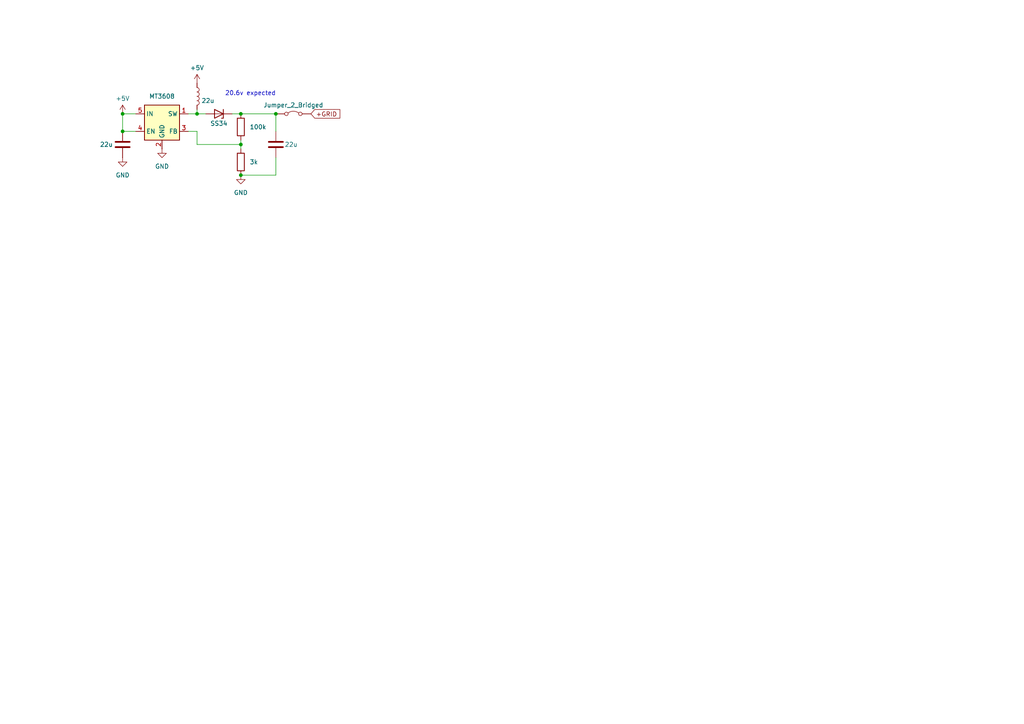
<source format=kicad_sch>
(kicad_sch (version 20231120) (generator "eeschema") (generator_version "8.0")
  (paper "A4")
  (lib_symbols
    (symbol "Device:C" (pin_numbers hide) (pin_names (offset 0.254))
      (property "Reference" "C" (at 0.635 2.54 0))
      (property "Value" "C" (at 0.635 -2.54 0))
      (symbol "C_0_1"
        (polyline (pts (xy -2.032 -0.762) (xy 2.032 -0.762)) (stroke (width 0.508)))
        (polyline (pts (xy -2.032 0.762) (xy 2.032 0.762)) (stroke (width 0.508)))
      )
      (symbol "C_1_1"
        (pin passive line (at 0 3.81 270) (length 2.794) (name "~") (number "1"))
        (pin passive line (at 0 -3.81 90) (length 2.794) (name "~") (number "2"))
      )
    )
    (symbol "Device:D_Zener" (pin_numbers hide) (pin_names (offset 1.016) hide)
      (property "Reference" "D" (at 0 2.54 0))
      (property "Value" "D_Zener" (at 0 -2.54 0))
      (symbol "D_Zener_0_1"
        (polyline (pts (xy 1.27 0) (xy -1.27 0)))
        (polyline (pts (xy -1.27 -1.27) (xy -1.27 1.27) (xy -0.762 1.27)) (stroke (width 0.254)))
        (polyline (pts (xy 1.27 -1.27) (xy 1.27 1.27) (xy -1.27 0) (xy 1.27 -1.27)) (stroke (width 0.254)))
      )
      (symbol "D_Zener_1_1"
        (pin passive line (at -3.81 0 0) (length 2.54) (name "K") (number "1"))
        (pin passive line (at 3.81 0 180) (length 2.54) (name "A") (number "2"))
      )
    )
    (symbol "Device:L" (pin_numbers hide) (pin_names (offset 1.016) hide)
      (property "Reference" "L" (at -1.27 0 90))
      (property "Value" "L" (at 1.905 0 90))
      (symbol "L_0_1"
        (arc (start 0 -2.54) (mid 0.6323 -1.905) (end 0 -1.27))
        (arc (start 0 -1.27) (mid 0.6323 -0.635) (end 0 0))
        (arc (start 0 0) (mid 0.6323 0.635) (end 0 1.27))
        (arc (start 0 1.27) (mid 0.6323 1.905) (end 0 2.54))
      )
      (symbol "L_1_1"
        (pin passive line (at 0 3.81 270) (length 1.27) (name "1") (number "1"))
        (pin passive line (at 0 -3.81 90) (length 1.27) (name "2") (number "2"))
      )
    )
    (symbol "Device:R" (pin_numbers hide) (pin_names (offset 0))
      (property "Reference" "R" (at 2.032 0 90))
      (property "Value" "R" (at 0 0 90))
      (symbol "R_0_1"
        (rectangle (start -1.016 -2.54) (end 1.016 2.54) (stroke (width 0.254)))
      )
      (symbol "R_1_1"
        (pin passive line (at 0 3.81 270) (length 1.27) (name "~") (number "1"))
        (pin passive line (at 0 -3.81 90) (length 1.27) (name "~") (number "2"))
      )
    )
    (symbol "Jumper:Jumper_2_Bridged" (pin_numbers hide) (pin_names (offset 0) hide) (exclude_from_sim yes)
      (property "Reference" "JP" (at 0 1.905 0))
      (property "Value" "Jumper_2_Bridged" (at 0 -2.54 0))
      (symbol "Jumper_2_Bridged_0_0"
        (circle (center -2.032 0) (radius 0.508))
        (circle (center 2.032 0) (radius 0.508))
      )
      (symbol "Jumper_2_Bridged_0_1"
        (arc (start 1.524 0.254) (mid 0 0.762) (end -1.524 0.254))
      )
      (symbol "Jumper_2_Bridged_1_1"
        (pin passive line (at -5.08 0 0) (length 2.54) (name "A") (number "1"))
        (pin passive line (at 5.08 0 180) (length 2.54) (name "B") (number "2"))
      )
    )
    (symbol "Regulator_Switching:MT3608"
      (property "Reference" "U" (at -2.54 8.89 0))
      (property "Value" "MT3608" (at -3.81 6.35 0))
      (symbol "MT3608_0_1"
        (rectangle (start -5.08 5.08) (end 5.08 -5.08) (stroke (width 0.254)) (fill (type background)))
      )
      (symbol "MT3608_1_1"
        (pin passive line (at 7.62 2.54 180) (length 2.54) (name "SW") (number "1"))
        (pin power_in line (at 0 -7.62 90) (length 2.54) (name "GND") (number "2"))
        (pin input line (at 7.62 -2.54 180) (length 2.54) (name "FB") (number "3"))
        (pin input line (at -7.62 -2.54 0) (length 2.54) (name "EN") (number "4"))
        (pin power_in line (at -7.62 2.54 0) (length 2.54) (name "IN") (number "5"))
        (pin no_connect line (at 5.08 0 180) (length 2.54) hide (name "NC") (number "6"))
      )
    )
    (symbol "power:+5V" (power) (pin_names (offset 0))
      (property "Value" "+5V" (at 0 3.556 0))
      (symbol "+5V_0_1"
        (polyline (pts (xy -0.762 1.27) (xy 0 2.54)))
        (polyline (pts (xy 0 0) (xy 0 2.54)))
        (polyline (pts (xy 0 2.54) (xy 0.762 1.27)))
      )
      (symbol "+5V_1_1"
        (pin power_in line (at 0 0 90) (length 0) hide (name "+5V") (number "1"))
      )
    )
    (symbol "power:GND" (power) (pin_numbers hide) (pin_names (offset 0) hide)
      (property "Value" "GND" (at 0 -3.81 0))
      (symbol "GND_0_1"
        (polyline (pts (xy 0 0) (xy 0 -1.27) (xy 1.27 -1.27) (xy 0 -2.54) (xy -1.27 -1.27) (xy 0 -1.27)))
      )
      (symbol "GND_1_1"
        (pin power_in line (at 0 0 270) (length 0) (name "~") (number "1"))
      )
    )
  )
  (junction (at 80.01 33.02))
  (junction (at 69.85 50.8))
  (junction (at 35.56 33.02))
  (junction (at 57.15 33.02))
  (junction (at 69.85 33.02))
  (junction (at 69.85 41.91))
  (junction (at 35.56 38.1))
  (wire (pts (xy 80.01 33.02) (xy 69.85 33.02)))
  (wire (pts (xy 57.15 41.91) (xy 69.85 41.91)))
  (wire (pts (xy 39.37 33.02) (xy 35.56 33.02)))
  (wire (pts (xy 69.85 41.91) (xy 69.85 40.64)))
  (wire (pts (xy 35.56 38.1) (xy 39.37 38.1)))
  (wire (pts (xy 69.85 41.91) (xy 69.85 43.18)))
  (wire (pts (xy 80.01 45.72) (xy 80.01 50.8)))
  (wire (pts (xy 57.15 31.75) (xy 57.15 33.02)))
  (wire (pts (xy 54.61 33.02) (xy 57.15 33.02)))
  (wire (pts (xy 57.15 38.1) (xy 57.15 41.91)))
  (wire (pts (xy 57.15 33.02) (xy 59.69 33.02)))
  (wire (pts (xy 67.31 33.02) (xy 69.85 33.02)))
  (wire (pts (xy 80.01 50.8) (xy 69.85 50.8)))
  (wire (pts (xy 54.61 38.1) (xy 57.15 38.1)))
  (wire (pts (xy 35.56 33.02) (xy 35.56 38.1)))
  (wire (pts (xy 80.01 38.1) (xy 80.01 33.02)))
  (text "20.6v expected" (at 72.644 27.178 0) (effects (font (size 1.27 1.27))))
  (global_label "+GRID" (shape input) (at 90.17 33.02 0) (property "Intersheetrefs" "${INTERSHEET_REFS}" (effects (hide yes))))
  (symbol (lib_id "Device:L") (at 57.15 27.94 0) (unit 1)
    (property "Reference" "L1" (effects (hide yes)))
    (property "Value" "22u" (at 58.42 29.2099 0) (effects (justify left)))
    (property "Footprint" "Inductor_SMD:L_7.3x7.3_H3.5" (effects (hide yes)))
    (property "Description" "Inductor" (effects (hide yes)))
  )
  (symbol (lib_id "Device:C") (at 35.56 41.91 0) (unit 1)
    (property "Reference" "C5" (effects (hide yes)))
    (property "Value" "22u" (at 28.956 41.91 0) (effects (justify left)))
    (property "Footprint" "Capacitor_SMD:C_1206_3216Metric" (effects (hide yes)))
    (property "Description" "Unpolarized capacitor" (effects (hide yes)))
  )
  (symbol (lib_id "power:GND") (at 35.56 45.72 0) (unit 1)
    (property "Reference" "#PWR033" (effects (hide yes)))
    (property "Value" "GND" (at 35.56 50.8 0))
    (property "Description" "Power symbol creates a global label with name \"GND\" , ground" (effects (hide yes)))
  )
  (symbol (lib_id "power:+5V") (at 35.56 33.02 0) (unit 1)
    (property "Reference" "#PWR034" (effects (hide yes)))
    (property "Value" "+5V" (at 35.56 28.575 0))
  )
  (symbol (lib_id "Regulator_Switching:MT3608") (at 46.99 35.56 0) (unit 1)
    (property "Reference" "U9" (effects (hide yes)))
    (property "Value" "MT3608" (at 46.99 27.94 0))
    (property "Footprint" "Package_TO_SOT_SMD:SOT-23-6" (effects (hide yes)))
    (property "Datasheet" "https://www.olimex.com/Products/Breadboarding/BB-PWR-3608/resources/MT3608.pdf" (effects (hide yes)))
    (property "Description" "High Efficiency 1.2MHz 2A Step Up Converter, 2-24V Vin, 28V Vout, 4A current limit, 1.2MHz, SOT23-6" (effects (hide yes)))
  )
  (symbol (lib_id "power:GND") (at 69.85 50.8 0) (unit 1)
    (property "Reference" "#PWR036" (effects (hide yes)))
    (property "Value" "GND" (at 69.85 55.88 0))
    (property "Description" "Power symbol creates a global label with name \"GND\" , ground" (effects (hide yes)))
  )
  (symbol (lib_id "Device:D_Zener") (at 63.5 33.02 180) (unit 1)
    (property "Reference" "D9" (effects (hide yes)))
    (property "Value" "SS34" (at 63.5 35.814 0))
    (property "Footprint" "Diode_SMD:D_SMA" (effects (hide yes)))
    (property "Description" "Zener diode" (effects (hide yes)))
  )
  (symbol (lib_id "power:+5V") (at 57.15 24.13 0) (unit 1)
    (property "Reference" "#PWR035" (effects (hide yes)))
    (property "Value" "+5V" (at 57.15 19.685 0))
  )
  (symbol (lib_id "Jumper:Jumper_2_Bridged") (at 85.09 33.02 0) (unit 1) (exclude_from_sim yes)
    (property "Reference" "JP1" (effects (hide yes)))
    (property "Value" "Jumper_2_Bridged" (at 85.09 30.48 0))
    (property "Footprint" "Resistor_SMD:R_0402_1005Metric_Pad0.72x0.64mm_HandSolder" (effects (hide yes)))
    (property "Description" "Jumper, 2-pole, closed/bridged" (effects (hide yes)))
  )
  (symbol (lib_id "Device:C") (at 80.01 41.91 0) (unit 1)
    (property "Reference" "C6" (effects (hide yes)))
    (property "Value" "22u" (at 82.55 41.91 0) (effects (justify left)))
    (property "Footprint" "Capacitor_SMD:C_1206_3216Metric" (effects (hide yes)))
    (property "Description" "Unpolarized capacitor" (effects (hide yes)))
  )
  (symbol (lib_id "power:GND") (at 46.99 43.18 0) (unit 1)
    (property "Reference" "#PWR015" (effects (hide yes)))
    (property "Value" "GND" (at 46.99 48.26 0))
    (property "Description" "Power symbol creates a global label with name \"GND\" , ground" (effects (hide yes)))
  )
  (symbol (lib_id "Device:R") (at 69.85 46.99 180) (unit 1)
    (property "Reference" "R4" (effects (hide yes)))
    (property "Value" "3k" (at 72.39 46.9899 0) (effects (justify right)))
    (property "Footprint" "Resistor_SMD:R_0402_1005Metric" (effects (hide yes)))
    (property "Description" "Resistor" (effects (hide yes)))
  )
  (symbol (lib_id "Device:R") (at 69.85 36.83 180) (unit 1)
    (property "Reference" "R3" (effects (hide yes)))
    (property "Value" "100k" (at 72.39 36.8299 0) (effects (justify right)))
    (property "Footprint" "Resistor_SMD:R_0402_1005Metric" (effects (hide yes)))
    (property "Description" "Resistor" (effects (hide yes)))
  )
)
</source>
